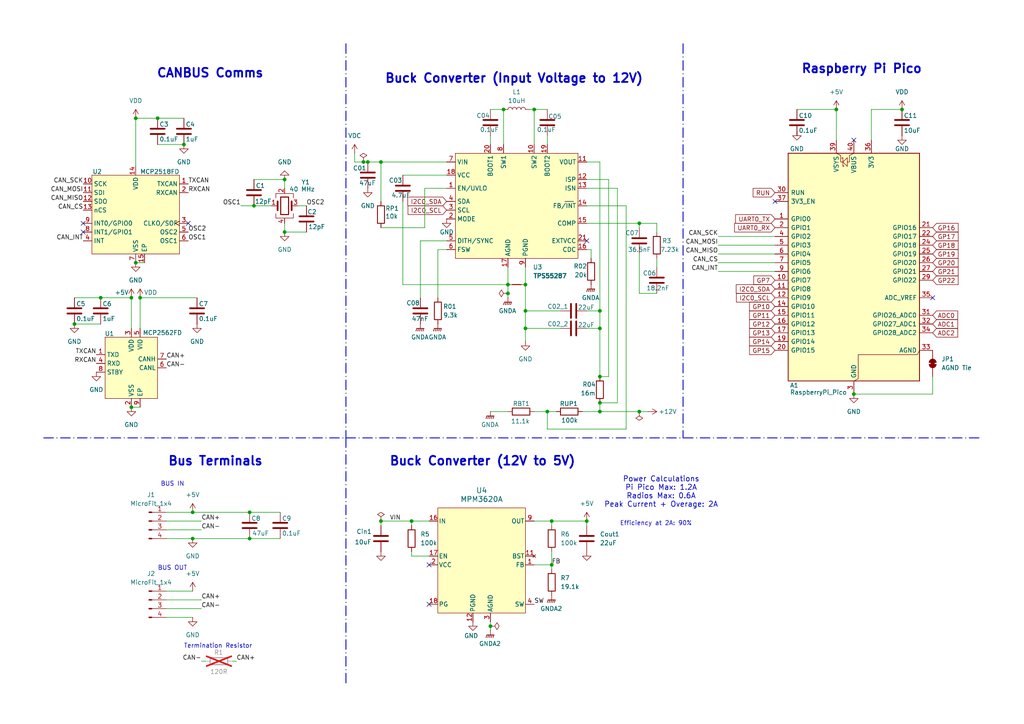
<source format=kicad_sch>
(kicad_sch (version 20250114) (generator "eeschema") (generator_version "9.0")
  (paper "A4")
  (title_block (title "LEOS Stack - Microcontroller & Connectivity") (date "2025-09-26") (rev "2") (company "VIP Lightning From the Edge of Space"))
  (lib_symbols
    (symbol "Connector:Conn_01x04_Pin" (pin_names (offset 1.016) (hide yes))
      (property "Reference" "J" (at 0 5.08 0))
      (property "Value" "Conn_01x04_Pin" (at 0 -7.62 0))
      (symbol "Conn_01x04_Pin_1_1"
        (pin passive line (at 5.08 2.54 180) (length 3.81) (name "Pin_1") (number "1"))
        (pin passive line (at 5.08 0 180) (length 3.81) (name "Pin_2") (number "2"))
        (pin passive line (at 5.08 -2.54 180) (length 3.81) (name "Pin_3") (number "3"))
        (pin passive line (at 5.08 -5.08 180) (length 3.81) (name "Pin_4") (number "4"))
      )
    )
    (symbol "Device:C" (pin_numbers (hide yes)) (pin_names (offset 0.254))
      (property "Reference" "C" (at 0.635 2.54 0))
      (property "Value" "C" (at 0.635 -2.54 0))
      (symbol "C_1_1"
        (pin passive line (at 0 3.81 270) (length 2.794) (name "~") (number "1"))
        (pin passive line (at 0 -3.81 90) (length 2.794) (name "~") (number "2"))
      )
    )
    (symbol "Device:Crystal_GND24" (pin_names (offset 1.016) (hide yes))
      (property "Reference" "Y" (at 3.175 5.08 0))
      (property "Value" "Crystal_GND24" (at 3.175 3.175 0))
      (symbol "Crystal_GND24_1_1"
        (pin passive line (at -3.81 0 0) (length 1.27) (name "1") (number "1"))
        (pin passive line (at 0 5.08 270) (length 1.27) (name "2") (number "2"))
        (pin passive line (at 0 -5.08 90) (length 1.27) (name "4") (number "4"))
        (pin passive line (at 3.81 0 180) (length 1.27) (name "3") (number "3"))
      )
    )
    (symbol "Device:L" (pin_numbers (hide yes)) (pin_names (offset 1.016) (hide yes))
      (property "Reference" "L" (at -1.27 0 90))
      (property "Value" "L" (at 1.905 0 90))
      (symbol "L_1_1"
        (pin passive line (at 0 3.81 270) (length 1.27) (name "1") (number "1"))
        (pin passive line (at 0 -3.81 90) (length 1.27) (name "2") (number "2"))
      )
    )
    (symbol "Device:NetTie_2" (pin_numbers (hide yes)) (pin_names (offset 0) (hide yes)) (in_bom no)
      (property "Reference" "NT" (at 0 1.27 0))
      (property "Value" "NetTie_2" (at 0 -1.27 0))
      (symbol "NetTie_2_1_1"
        (pin passive line (at -2.54 0 0) (length 2.54) (name "1") (number "1"))
        (pin passive line (at 2.54 0 180) (length 2.54) (name "2") (number "2"))
      )
    )
    (symbol "Device:R" (pin_numbers (hide yes)) (pin_names (offset 0))
      (property "Reference" "R" (at 2.032 0 90))
      (property "Value" "R" (at 0 0 90))
      (symbol "R_1_1"
        (pin passive line (at 0 3.81 270) (length 1.27) (name "~") (number "1"))
        (pin passive line (at 0 -3.81 90) (length 1.27) (name "~") (number "2"))
      )
    )
    (symbol "Jumper:SolderJumper_2_Bridged" (pin_numbers (hide yes)) (pin_names (offset 0) (hide yes)) (in_bom no)
      (property "Reference" "JP" (at 0 2.032 0))
      (property "Value" "SolderJumper_2_Bridged" (at 0 -2.54 0))
      (symbol "SolderJumper_2_Bridged_1_1"
        (pin passive line (at -3.81 0 0) (length 2.54) (name "A") (number "1"))
        (pin passive line (at 3.81 0 180) (length 2.54) (name "B") (number "2"))
      )
    )
    (symbol "LEOS:MCP2518FD"
      (property "Reference" "U" (at -11.684 11.43 0))
      (property "Value" "MCP2518FD" (at 6.604 11.43 0))
      (symbol "MCP2518FD_1_1"
        (pin input line (at -15.24 7.62 0) (length 2.54) (name "SCK") (number "10"))
        (pin input line (at -15.24 5.08 0) (length 2.54) (name "SDI") (number "11"))
        (pin output line (at -15.24 2.54 0) (length 2.54) (name "SDO") (number "12"))
        (pin input line (at -15.24 0 0) (length 2.54) (name "nCS") (number "13"))
        (pin bidirectional line (at -15.24 -3.81 0) (length 2.54) (name "INT0/GPIO0") (number "9"))
        (pin bidirectional line (at -15.24 -6.35 0) (length 2.54) (name "INT1/GPIO1") (number "8"))
        (pin output line (at -15.24 -8.89 0) (length 2.54) (name "INT") (number "4"))
        (pin power_in line (at 0 12.7 270) (length 2.54) (name "VDD") (number "14"))
        (pin power_in line (at 0 -15.24 90) (length 2.54) (name "VSS") (number "7"))
        (pin power_in line (at 2.54 -15.24 90) (length 2.54) (name "EP") (number "15"))
        (pin output line (at 15.24 7.62 180) (length 2.54) (name "TXCAN") (number "1"))
        (pin input line (at 15.24 5.08 180) (length 2.54) (name "RXCAN") (number "2"))
        (pin output clock (at 15.24 -3.81 180) (length 2.54) (name "CLKO/SOF") (number "3"))
        (pin output line (at 15.24 -6.35 180) (length 2.54) (name "OSC2") (number "5"))
        (pin input line (at 15.24 -8.89 180) (length 2.54) (name "OSC1") (number "6"))
      )
    )
    (symbol "LEOS:MCP2562FD"
      (property "Reference" "U" (at -6.858 9.906 0))
      (property "Value" "MCP2562FD" (at 8.636 9.906 0))
      (symbol "MCP2562FD_1_1"
        (pin input line (at -10.16 3.81 0) (length 2.54) (name "TXD") (number "1"))
        (pin output line (at -10.16 1.27 0) (length 2.54) (name "RXD") (number "4"))
        (pin input line (at -10.16 -1.27 0) (length 2.54) (name "STBY") (number "8"))
        (pin power_in line (at 0 11.43 270) (length 2.54) (name "VDD") (number "3"))
        (pin power_in line (at 0 -11.43 90) (length 2.54) (name "VSS") (number "2"))
        (pin power_in line (at 2.54 11.43 270) (length 2.54) (name "VIO") (number "5"))
        (pin power_in line (at 2.54 -11.43 90) (length 2.54) (name "EP") (number "9"))
        (pin bidirectional line (at 10.16 2.54 180) (length 2.54) (name "CANH") (number "7"))
        (pin bidirectional line (at 10.16 0 180) (length 2.54) (name "CANL") (number "6"))
      )
    )
    (symbol "LEOS:MPM3620AGQV-Z" (pin_names (offset 0.254))
      (property "Reference" "U" (at -0.254 2.794 0))
      (property "Value" "MPM3620A" (at -0.508 -0.254 0))
      (symbol "MPM3620AGQV-Z_1_1"
        (pin power_in line (at -15.24 11.43 0) (length 2.54) (name "IN") (number "16"))
        (pin input line (at -15.24 1.27 0) (length 2.54) (name "EN") (number "17"))
        (pin power_out line (at -15.24 -1.27 0) (length 2.54) (name "VCC") (number "2"))
        (pin bidirectional line (at -15.24 -12.7 0) (length 2.54) (name "PG") (number "18"))
        (pin power_in line (at -2.54 -17.78 90) (length 2.54) (name "PGND") (number "12"))
        (pin passive line (at -2.54 -17.78 90) (length 2.54) (hide yes) (name "PGND") (number "13"))
        (pin passive line (at -2.54 -17.78 90) (length 2.54) (hide yes) (name "PGND") (number "14"))
        (pin power_in line (at 2.54 -17.78 90) (length 2.54) (name "AGND") (number "3"))
        (pin passive line (at 15.24 11.43 180) (length 2.54) (hide yes) (name "OUT") (number "22"))
        (pin power_out line (at 15.24 11.43 180) (length 2.54) (hide yes) (name "OUT") (number "7"))
        (pin passive line (at 15.24 11.43 180) (length 2.54) (hide yes) (name "OUT") (number "8"))
        (pin passive line (at 15.24 11.43 180) (length 2.54) (name "OUT") (number "9"))
        (pin no_connect line (at 15.24 1.27 180) (length 2.54) (name "BST") (number "11"))
        (pin input line (at 15.24 -1.27 180) (length 2.54) (name "FB") (number "1"))
        (pin passive line (at 15.24 -12.7 180) (length 2.54) (hide yes) (name "SW") (number "21"))
        (pin passive line (at 15.24 -12.7 180) (length 2.54) (name "SW") (number "4"))
        (pin passive line (at 15.24 -12.7 180) (length 2.54) (hide yes) (name "SW") (number "5"))
        (pin passive line (at 15.24 -12.7 180) (length 2.54) (hide yes) (name "SW") (number "6"))
      )
    )
    (symbol "LEOS:TPS55287"
      (property "Reference" "U" (at 0.254 3.302 0))
      (property "Value" "TPS55287" (at 0 0 0))
      (symbol "TPS55287_1_1"
        (pin power_in line (at -20.32 12.7 0) (length 2.54) (name "VIN") (number "7"))
        (pin power_out line (at -20.32 8.89 0) (length 2.54) (name "VCC") (number "18"))
        (pin input line (at -20.32 5.08 0) (length 2.54) (name "EN/UVLO") (number "1"))
        (pin bidirectional line (at -20.32 1.27 0) (length 2.54) (name "SDA") (number "4"))
        (pin input line (at -20.32 -1.27 0) (length 2.54) (name "SCL") (number "3"))
        (pin input line (at -20.32 -3.81 0) (length 2.54) (name "MODE") (number "2"))
        (pin input line (at -20.32 -10.16 0) (length 2.54) (name "DITH/SYNC") (number "5"))
        (pin input line (at -20.32 -12.7 0) (length 2.54) (name "FSW") (number "6"))
        (pin output line (at -7.62 17.78 270) (length 2.54) (name "BOOT1") (number "20"))
        (pin input line (at -3.81 17.78 270) (length 2.54) (name "SW1") (number "8"))
        (pin power_in line (at -2.54 -17.78 90) (length 2.54) (name "AGND") (number "17"))
        (pin power_in line (at 2.54 -17.78 90) (length 2.54) (name "PGND") (number "9"))
        (pin input line (at 5.08 17.78 270) (length 2.54) (name "SW2") (number "10"))
        (pin output line (at 8.89 17.78 270) (length 2.54) (name "BOOT2") (number "19"))
        (pin power_out line (at 20.32 12.7 180) (length 2.54) (name "VOUT") (number "11"))
        (pin input line (at 20.32 7.62 180) (length 2.54) (name "ISP") (number "12"))
        (pin input line (at 20.32 5.08 180) (length 2.54) (name "ISN") (number "13"))
        (pin bidirectional line (at 20.32 0 180) (length 2.54) (name "FB/INT") (number "14"))
        (pin output line (at 20.32 -5.08 180) (length 2.54) (name "COMP") (number "15"))
        (pin input line (at 20.32 -10.16 180) (length 2.54) (name "EXTVCC") (number "21"))
        (pin output line (at 20.32 -12.7 180) (length 2.54) (name "CDC") (number "16"))
      )
    )
    (symbol "MCU_Module:RaspberryPi_Pico" (pin_names (offset 0.762))
      (property "Reference" "A" (at -19.05 35.56 0))
      (property "Value" "RaspberryPi_Pico" (at 7.62 35.56 0))
      (symbol "RaspberryPi_Pico_1_1"
        (pin passive line (at -22.86 22.86 0) (length 3.81) (name "RUN") (number "30"))
        (pin passive line (at -22.86 20.32 0) (length 3.81) (name "3V3_EN") (number "37"))
        (pin bidirectional line (at -22.86 15.24 0) (length 3.81) (name "GPIO0") (number "1"))
        (pin bidirectional line (at -22.86 12.7 0) (length 3.81) (name "GPIO1") (number "2"))
        (pin bidirectional line (at -22.86 10.16 0) (length 3.81) (name "GPIO2") (number "4"))
        (pin bidirectional line (at -22.86 7.62 0) (length 3.81) (name "GPIO3") (number "5"))
        (pin bidirectional line (at -22.86 5.08 0) (length 3.81) (name "GPIO4") (number "6"))
        (pin bidirectional line (at -22.86 2.54 0) (length 3.81) (name "GPIO5") (number "7"))
        (pin bidirectional line (at -22.86 0 0) (length 3.81) (name "GPIO6") (number "9"))
        (pin bidirectional line (at -22.86 -2.54 0) (length 3.81) (name "GPIO7") (number "10"))
        (pin bidirectional line (at -22.86 -5.08 0) (length 3.81) (name "GPIO8") (number "11"))
        (pin bidirectional line (at -22.86 -7.62 0) (length 3.81) (name "GPIO9") (number "12"))
        (pin bidirectional line (at -22.86 -10.16 0) (length 3.81) (name "GPIO10") (number "14"))
        (pin bidirectional line (at -22.86 -12.7 0) (length 3.81) (name "GPIO11") (number "15"))
        (pin bidirectional line (at -22.86 -15.24 0) (length 3.81) (name "GPIO12") (number "16"))
        (pin bidirectional line (at -22.86 -17.78 0) (length 3.81) (name "GPIO13") (number "17"))
        (pin bidirectional line (at -22.86 -20.32 0) (length 3.81) (name "GPIO14") (number "19"))
        (pin bidirectional line (at -22.86 -22.86 0) (length 3.81) (name "GPIO15") (number "20"))
        (pin power_in line (at -5.08 38.1 270) (length 3.81) (name "VSYS") (number "39"))
        (pin power_out line (at 0 38.1 270) (length 3.81) (name "VBUS") (number "40"))
        (pin passive line (at 0 -35.56 90) (length 3.81) (hide yes) (name "GND") (number "13"))
        (pin passive line (at 0 -35.56 90) (length 3.81) (hide yes) (name "GND") (number "18"))
        (pin passive line (at 0 -35.56 90) (length 3.81) (hide yes) (name "GND") (number "23"))
        (pin passive line (at 0 -35.56 90) (length 3.81) (hide yes) (name "GND") (number "28"))
        (pin power_out line (at 0 -35.56 90) (length 3.81) (name "GND") (number "3"))
        (pin passive line (at 0 -35.56 90) (length 3.81) (hide yes) (name "GND") (number "38"))
        (pin passive line (at 0 -35.56 90) (length 3.81) (hide yes) (name "GND") (number "8"))
        (pin power_out line (at 5.08 38.1 270) (length 3.81) (name "3V3") (number "36"))
        (pin bidirectional line (at 22.86 12.7 180) (length 3.81) (name "GPIO16") (number "21"))
        (pin bidirectional line (at 22.86 10.16 180) (length 3.81) (name "GPIO17") (number "22"))
        (pin bidirectional line (at 22.86 7.62 180) (length 3.81) (name "GPIO18") (number "24"))
        (pin bidirectional line (at 22.86 5.08 180) (length 3.81) (name "GPIO19") (number "25"))
        (pin bidirectional line (at 22.86 2.54 180) (length 3.81) (name "GPIO20") (number "26"))
        (pin bidirectional line (at 22.86 0 180) (length 3.81) (name "GPIO21") (number "27"))
        (pin bidirectional line (at 22.86 -2.54 180) (length 3.81) (name "GPIO22") (number "29"))
        (pin power_in line (at 22.86 -7.62 180) (length 3.81) (name "ADC_VREF") (number "35"))
        (pin bidirectional line (at 22.86 -12.7 180) (length 3.81) (name "GPIO26_ADC0") (number "31"))
        (pin bidirectional line (at 22.86 -15.24 180) (length 3.81) (name "GPIO27_ADC1") (number "32"))
        (pin bidirectional line (at 22.86 -17.78 180) (length 3.81) (name "GPIO28_ADC2") (number "34"))
        (pin power_out line (at 22.86 -22.86 180) (length 3.81) (name "AGND") (number "33"))
      )
    )
    (symbol "power:+12V" (power) (pin_numbers (hide yes)) (pin_names (offset 0) (hide yes))
      (property "Value" "+12V" (at 0 3.556 0))
      (symbol "+12V_1_1"
        (pin power_in line (at 0 0 90) (length 0) (name "~") (number "1"))
      )
    )
    (symbol "power:+5V" (power) (pin_numbers (hide yes)) (pin_names (offset 0) (hide yes))
      (property "Value" "+5V" (at 0 3.556 0))
      (symbol "+5V_1_1"
        (pin power_in line (at 0 0 90) (length 0) (name "~") (number "1"))
      )
    )
    (symbol "power:GND" (power) (pin_numbers (hide yes)) (pin_names (offset 0) (hide yes))
      (property "Value" "GND" (at 0 -3.81 0))
      (symbol "GND_1_1"
        (pin power_in line (at 0 0 270) (length 0) (name "~") (number "1"))
      )
    )
    (symbol "power:GNDPWR" (power) (pin_numbers (hide yes)) (pin_names (offset 0) (hide yes))
      (property "Value" "GNDPWR" (at 0 -3.302 0))
      (symbol "GNDPWR_1_1"
        (pin power_in line (at 0 0 270) (length 0) (name "~") (number "1"))
      )
    )
    (symbol "power:PWR_FLAG" (power) (pin_numbers (hide yes)) (pin_names (offset 0) (hide yes))
      (property "Value" "PWR_FLAG" (at 0 3.81 0))
      (symbol "PWR_FLAG_0_0"
        (pin power_out line (at 0 0 90) (length 0) (name "~") (number "1"))
      )
    )
    (symbol "power:VDC" (power) (pin_numbers (hide yes)) (pin_names (offset 0) (hide yes))
      (property "Value" "VDC" (at 0 3.556 0))
      (symbol "VDC_1_1"
        (pin power_in line (at 0 0 90) (length 0) (name "~") (number "1"))
      )
    )
    (symbol "power:VDD" (power) (pin_numbers (hide yes)) (pin_names (offset 0) (hide yes))
      (property "Value" "VDD" (at 0 3.556 0))
      (symbol "VDD_1_1"
        (pin power_in line (at 0 0 90) (length 0) (name "~") (number "1"))
      )
    )
  )
  (text "CANBUS Comms" (at 60.96 21.336 0) (effects (font (size 2.54 2.54) (thickness 0.508) (bold yes))))
  (text "Power Calculations\nPi Pico Max: 1.2A\nRadios Max: 0.6A\nPeak Current + Overage: 2A" (at 191.77 142.748 0) (effects (font (size 1.524 1.524) (thickness 0.1905))))
  (text "Efficiency at 2A: 90%" (at 190.246 151.892 0) (effects (font (size 1.27 1.27))))
  (text "Raspberry Pi Pico" (at 249.936 20.066 0) (effects (font (size 2.54 2.54) (thickness 0.508) (bold yes))))
  (text "Buck Converter (Input Voltage to 12V)" (at 149.098 22.86 0) (effects (font (size 2.54 2.54) (thickness 0.508) (bold yes))))
  (text "BUS IN" (at 50.038 140.462 0) (effects (font (size 1.27 1.27))))
  (text "Termination Resistor" (at 63.246 187.452 0) (effects (font (size 1.27 1.27))))
  (text "BUS OUT" (at 50.038 164.846 0) (effects (font (size 1.27 1.27))))
  (text "Bus Terminals" (at 62.484 133.858 0) (effects (font (size 2.54 2.54) (thickness 0.508) (bold yes))))
  (text "Buck Converter (12V to 5V)" (at 139.954 133.858 0) (effects (font (size 2.54 2.54) (thickness 0.508) (bold yes))))
  (junction (at 110.49 46.99))
  (junction (at 152.4 90.17))
  (junction (at 29.21 86.36))
  (junction (at 154.94 31.75))
  (junction (at 160.02 151.13))
  (junction (at 73.66 59.69))
  (junction (at 21.59 93.98))
  (junction (at 173.99 95.25))
  (junction (at 82.55 52.07))
  (junction (at 261.62 31.75))
  (junction (at 173.99 109.22))
  (junction (at 147.32 82.55))
  (junction (at 72.39 148.59))
  (junction (at 147.32 85.09))
  (junction (at 170.18 151.13))
  (junction (at 55.88 148.59))
  (junction (at 185.42 119.38))
  (junction (at 146.05 31.75))
  (junction (at 38.1 118.11))
  (junction (at 160.02 163.83))
  (junction (at 82.55 67.31))
  (junction (at 38.1 86.36))
  (junction (at 119.38 151.13))
  (junction (at 173.99 116.84))
  (junction (at 55.88 156.21))
  (junction (at 45.72 34.29))
  (junction (at 173.99 90.17))
  (junction (at 53.34 41.91))
  (junction (at 39.37 76.2))
  (junction (at 185.42 64.77))
  (junction (at 72.39 156.21))
  (junction (at 247.65 114.3))
  (junction (at 173.99 119.38))
  (junction (at 110.49 151.13))
  (junction (at 106.68 46.99))
  (junction (at 105.41 46.99))
  (junction (at 40.64 86.36))
  (junction (at 39.37 34.29))
  (junction (at 152.4 82.55))
  (junction (at 158.75 119.38))
  (junction (at 242.57 31.75))
  (junction (at 152.4 95.25))
  (junction (at 142.24 181.61))
  (no_connect (at 247.65 40.64))
  (no_connect (at 224.79 58.42))
  (no_connect (at 124.46 163.83))
  (no_connect (at 124.46 175.26))
  (no_connect (at 24.13 67.31))
  (no_connect (at 170.18 69.85))
  (no_connect (at 54.61 64.77))
  (no_connect (at 270.51 86.36))
  (no_connect (at 24.13 64.77))
  (wire (pts (xy 45.72 34.29) (xy 53.34 34.29)))
  (wire (pts (xy 110.49 152.4) (xy 110.49 151.13)))
  (wire (pts (xy 45.72 41.91) (xy 53.34 41.91)))
  (wire (pts (xy 48.26 173.99) (xy 58.42 173.99)))
  (polyline (pts (xy 139.7 127) (xy 284.48 127)) (stroke (width 0.254) (type dash_dot)))
  (wire (pts (xy 147.32 77.47) (xy 147.32 82.55)))
  (wire (pts (xy 39.37 76.2) (xy 41.91 76.2)))
  (wire (pts (xy 142.24 181.61) (xy 142.24 180.34)))
  (wire (pts (xy 124.46 151.13) (xy 119.38 151.13)))
  (wire (pts (xy 171.45 72.39) (xy 171.45 74.93)))
  (wire (pts (xy 185.42 85.09) (xy 190.5 85.09)))
  (wire (pts (xy 181.61 59.69) (xy 181.61 124.46)))
  (polyline (pts (xy 198.12 12.7) (xy 198.12 127)) (stroke (width 0.254) (type dash_dot)))
  (wire (pts (xy 179.07 116.84) (xy 173.99 116.84)))
  (wire (pts (xy 170.18 64.77) (xy 185.42 64.77)))
  (wire (pts (xy 48.26 156.21) (xy 55.88 156.21)))
  (wire (pts (xy 146.05 31.75) (xy 146.05 41.91)))
  (wire (pts (xy 147.32 85.09) (xy 147.32 86.36)))
  (wire (pts (xy 72.39 148.59) (xy 81.28 148.59)))
  (wire (pts (xy 160.02 160.02) (xy 160.02 163.83)))
  (wire (pts (xy 116.84 82.55) (xy 147.32 82.55)))
  (wire (pts (xy 147.32 82.55) (xy 147.32 85.09)))
  (wire (pts (xy 73.66 52.07) (xy 82.55 52.07)))
  (wire (pts (xy 190.5 67.31) (xy 190.5 64.77)))
  (wire (pts (xy 160.02 163.83) (xy 160.02 165.1)))
  (wire (pts (xy 40.64 86.36) (xy 57.15 86.36)))
  (wire (pts (xy 152.4 95.25) (xy 162.56 95.25)))
  (wire (pts (xy 231.14 31.75) (xy 242.57 31.75)))
  (wire (pts (xy 208.28 78.74) (xy 224.79 78.74)))
  (wire (pts (xy 152.4 95.25) (xy 152.4 99.06)))
  (polyline (pts (xy 12.7 127) (xy 100.33 127)) (stroke (width 0.254) (type dash_dot)))
  (wire (pts (xy 73.66 59.69) (xy 78.74 59.69)))
  (wire (pts (xy 82.55 64.77) (xy 82.55 67.31)))
  (wire (pts (xy 247.65 114.3) (xy 270.51 114.3)))
  (wire (pts (xy 48.26 148.59) (xy 55.88 148.59)))
  (wire (pts (xy 102.87 46.99) (xy 102.87 44.45)))
  (wire (pts (xy 48.26 151.13) (xy 58.42 151.13)))
  (wire (pts (xy 142.24 119.38) (xy 147.32 119.38)))
  (wire (pts (xy 110.49 46.99) (xy 110.49 58.42)))
  (wire (pts (xy 142.24 31.75) (xy 146.05 31.75)))
  (wire (pts (xy 86.36 59.69) (xy 88.9 59.69)))
  (wire (pts (xy 106.68 46.99) (xy 110.49 46.99)))
  (wire (pts (xy 190.5 74.93) (xy 190.5 77.47)))
  (wire (pts (xy 102.87 46.99) (xy 105.41 46.99)))
  (wire (pts (xy 38.1 118.11) (xy 40.64 118.11)))
  (wire (pts (xy 270.51 109.22) (xy 270.51 114.3)))
  (wire (pts (xy 208.28 73.66) (xy 224.79 73.66)))
  (wire (pts (xy 72.39 156.21) (xy 81.28 156.21)))
  (wire (pts (xy 48.26 176.53) (xy 58.42 176.53)))
  (wire (pts (xy 55.88 156.21) (xy 72.39 156.21)))
  (wire (pts (xy 123.19 54.61) (xy 129.54 54.61)))
  (wire (pts (xy 208.28 68.58) (xy 224.79 68.58)))
  (wire (pts (xy 176.53 109.22) (xy 173.99 109.22)))
  (wire (pts (xy 173.99 90.17) (xy 170.18 90.17)))
  (wire (pts (xy 40.64 95.25) (xy 40.64 86.36)))
  (wire (pts (xy 154.94 151.13) (xy 160.02 151.13)))
  (wire (pts (xy 58.42 191.77) (xy 59.69 191.77)))
  (wire (pts (xy 176.53 52.07) (xy 176.53 109.22)))
  (polyline (pts (xy 100.33 127) (xy 100.33 198.12)) (stroke (width 0.254) (type dash_dot)))
  (wire (pts (xy 208.28 76.2) (xy 224.79 76.2)))
  (polyline (pts (xy 100.33 12.7) (xy 100.33 127)) (stroke (width 0.254) (type dash_dot)))
  (wire (pts (xy 154.94 163.83) (xy 160.02 163.83)))
  (wire (pts (xy 242.57 31.75) (xy 242.57 40.64)))
  (wire (pts (xy 252.73 40.64) (xy 252.73 31.75)))
  (wire (pts (xy 170.18 95.25) (xy 173.99 95.25)))
  (wire (pts (xy 110.49 46.99) (xy 129.54 46.99)))
  (wire (pts (xy 121.92 86.36) (xy 121.92 69.85)))
  (wire (pts (xy 208.28 71.12) (xy 224.79 71.12)))
  (wire (pts (xy 152.4 95.25) (xy 152.4 90.17)))
  (wire (pts (xy 160.02 151.13) (xy 160.02 152.4)))
  (wire (pts (xy 152.4 90.17) (xy 162.56 90.17)))
  (wire (pts (xy 154.94 41.91) (xy 154.94 31.75)))
  (wire (pts (xy 168.91 119.38) (xy 173.99 119.38)))
  (wire (pts (xy 170.18 52.07) (xy 176.53 52.07)))
  (wire (pts (xy 38.1 86.36) (xy 38.1 95.25)))
  (wire (pts (xy 152.4 82.55) (xy 152.4 90.17)))
  (wire (pts (xy 39.37 34.29) (xy 45.72 34.29)))
  (wire (pts (xy 38.1 86.36) (xy 29.21 86.36)))
  (wire (pts (xy 127 72.39) (xy 129.54 72.39)))
  (wire (pts (xy 158.75 39.37) (xy 158.75 41.91)))
  (wire (pts (xy 173.99 46.99) (xy 173.99 90.17)))
  (wire (pts (xy 116.84 58.42) (xy 116.84 82.55)))
  (wire (pts (xy 185.42 66.04) (xy 185.42 64.77)))
  (wire (pts (xy 158.75 119.38) (xy 161.29 119.38)))
  (wire (pts (xy 170.18 151.13) (xy 160.02 151.13)))
  (wire (pts (xy 123.19 66.04) (xy 123.19 54.61)))
  (wire (pts (xy 110.49 66.04) (xy 123.19 66.04)))
  (wire (pts (xy 48.26 171.45) (xy 55.88 171.45)))
  (wire (pts (xy 173.99 119.38) (xy 185.42 119.38)))
  (wire (pts (xy 119.38 161.29) (xy 124.46 161.29)))
  (wire (pts (xy 154.94 119.38) (xy 158.75 119.38)))
  (wire (pts (xy 119.38 151.13) (xy 119.38 152.4)))
  (wire (pts (xy 185.42 119.38) (xy 187.96 119.38)))
  (wire (pts (xy 21.59 86.36) (xy 29.21 86.36)))
  (wire (pts (xy 127 86.36) (xy 127 72.39)))
  (wire (pts (xy 116.84 50.8) (xy 129.54 50.8)))
  (wire (pts (xy 119.38 160.02) (xy 119.38 161.29)))
  (wire (pts (xy 142.24 182.88) (xy 142.24 181.61)))
  (wire (pts (xy 252.73 31.75) (xy 261.62 31.75)))
  (wire (pts (xy 110.49 151.13) (xy 119.38 151.13)))
  (wire (pts (xy 48.26 179.07) (xy 55.88 179.07)))
  (polyline (pts (xy 100.33 127) (xy 139.7 127)) (stroke (width 0.254) (type dash_dot)))
  (wire (pts (xy 173.99 95.25) (xy 173.99 109.22)))
  (wire (pts (xy 179.07 54.61) (xy 179.07 116.84)))
  (wire (pts (xy 173.99 90.17) (xy 173.99 95.25)))
  (wire (pts (xy 39.37 34.29) (xy 39.37 48.26)))
  (wire (pts (xy 48.26 153.67) (xy 58.42 153.67)))
  (wire (pts (xy 152.4 77.47) (xy 152.4 82.55)))
  (wire (pts (xy 55.88 148.59) (xy 72.39 148.59)))
  (wire (pts (xy 82.55 52.07) (xy 82.55 54.61)))
  (wire (pts (xy 158.75 124.46) (xy 158.75 119.38)))
  (wire (pts (xy 105.41 46.99) (xy 106.68 46.99)))
  (wire (pts (xy 154.94 31.75) (xy 153.67 31.75)))
  (wire (pts (xy 170.18 59.69) (xy 181.61 59.69)))
  (wire (pts (xy 185.42 64.77) (xy 190.5 64.77)))
  (wire (pts (xy 171.45 72.39) (xy 170.18 72.39)))
  (wire (pts (xy 21.59 93.98) (xy 29.21 93.98)))
  (wire (pts (xy 170.18 152.4) (xy 170.18 151.13)))
  (wire (pts (xy 142.24 39.37) (xy 142.24 41.91)))
  (wire (pts (xy 181.61 124.46) (xy 158.75 124.46)))
  (wire (pts (xy 231.14 39.37) (xy 231.14 38.1)))
  (wire (pts (xy 170.18 54.61) (xy 179.07 54.61)))
  (wire (pts (xy 82.55 67.31) (xy 88.9 67.31)))
  (wire (pts (xy 185.42 73.66) (xy 185.42 85.09)))
  (wire (pts (xy 121.92 69.85) (xy 129.54 69.85)))
  (wire (pts (xy 173.99 119.38) (xy 173.99 116.84)))
  (wire (pts (xy 68.58 191.77) (xy 67.31 191.77)))
  (wire (pts (xy 154.94 31.75) (xy 158.75 31.75)))
  (wire (pts (xy 69.85 59.69) (xy 73.66 59.69)))
  (wire (pts (xy 170.18 46.99) (xy 173.99 46.99)))
  (label "CAN_MOSI" (at 208.28 71.12 180))
  (label "CAN+" (at 58.42 151.13 0))
  (label "CAN_INT" (at 208.28 78.74 180))
  (label "FB" (at 160.02 163.83 0))
  (label "TXCAN" (at 54.61 53.34 0))
  (label "CAN+" (at 58.42 173.99 0))
  (label "TXCAN" (at 27.94 102.87 180))
  (label "OSC1" (at 69.85 59.69 180))
  (label "OSC1" (at 54.61 69.85 0))
  (label "CAN-" (at 58.42 176.53 0))
  (label "CAN_SCK" (at 208.28 68.58 180))
  (label "CAN_MISO" (at 24.13 58.42 180))
  (label "CAN_INT" (at 24.13 69.85 180))
  (label "CAN+" (at 48.26 104.14 0))
  (label "CAN_CS" (at 24.13 60.96 180))
  (label "CAN_SCK" (at 24.13 53.34 180))
  (label "OSC2" (at 54.61 67.31 0))
  (label "RXCAN" (at 54.61 55.88 0))
  (label "CAN-" (at 58.42 153.67 0))
  (label "CAN-" (at 58.42 191.77 180))
  (label "VIN" (at 113.03 151.13 0))
  (label "CAN_MOSI" (at 24.13 55.88 180))
  (label "RXCAN" (at 27.94 105.41 180))
  (label "CAN_MISO" (at 208.28 73.66 180))
  (label "CAN_CS" (at 208.28 76.2 180))
  (label "OSC2" (at 88.9 59.69 0))
  (label "SW" (at 154.94 175.26 0))
  (label "CAN-" (at 48.26 106.68 0))
  (label "CAN+" (at 68.58 191.77 0))
  (global_label "GP12" (shape input) (at 224.79 93.98 180) (property "Intersheetrefs" "${INTERSHEET_REFS}" (effects (hide yes))))
  (global_label "GP13" (shape input) (at 224.79 96.52 180) (property "Intersheetrefs" "${INTERSHEET_REFS}" (effects (hide yes))))
  (global_label "UART0_TX" (shape input) (at 224.79 63.5 180) (property "Intersheetrefs" "${INTERSHEET_REFS}" (effects (hide yes))))
  (global_label "GP19" (shape input) (at 270.51 73.66 0) (property "Intersheetrefs" "${INTERSHEET_REFS}" (effects (hide yes))))
  (global_label "RUN" (shape input) (at 224.79 55.88 180) (property "Intersheetrefs" "${INTERSHEET_REFS}" (effects (hide yes))))
  (global_label "GP16" (shape input) (at 270.51 66.04 0) (property "Intersheetrefs" "${INTERSHEET_REFS}" (effects (hide yes))))
  (global_label "UART0_RX" (shape input) (at 224.79 66.04 180) (property "Intersheetrefs" "${INTERSHEET_REFS}" (effects (hide yes))))
  (global_label "GP15" (shape input) (at 224.79 101.6 180) (property "Intersheetrefs" "${INTERSHEET_REFS}" (effects (hide yes))))
  (global_label "GP21" (shape input) (at 270.51 78.74 0) (property "Intersheetrefs" "${INTERSHEET_REFS}" (effects (hide yes))))
  (global_label "I2C0_SDA" (shape input) (at 129.54 58.42 180) (property "Intersheetrefs" "${INTERSHEET_REFS}" (effects (hide yes))))
  (global_label "ADC0" (shape input) (at 270.51 91.44 0) (property "Intersheetrefs" "${INTERSHEET_REFS}" (effects (hide yes))))
  (global_label "GP14" (shape input) (at 224.79 99.06 180) (property "Intersheetrefs" "${INTERSHEET_REFS}" (effects (hide yes))))
  (global_label "I2C0_SCL" (shape input) (at 224.79 86.36 180) (property "Intersheetrefs" "${INTERSHEET_REFS}" (effects (hide yes))))
  (global_label "I2C0_SDA" (shape input) (at 224.79 83.82 180) (property "Intersheetrefs" "${INTERSHEET_REFS}" (effects (hide yes))))
  (global_label "ADC2" (shape input) (at 270.51 96.52 0) (property "Intersheetrefs" "${INTERSHEET_REFS}" (effects (hide yes))))
  (global_label "GP18" (shape input) (at 270.51 71.12 0) (property "Intersheetrefs" "${INTERSHEET_REFS}" (effects (hide yes))))
  (global_label "GP22" (shape input) (at 270.51 81.28 0) (property "Intersheetrefs" "${INTERSHEET_REFS}" (effects (hide yes))))
  (global_label "GP11" (shape input) (at 224.79 91.44 180) (property "Intersheetrefs" "${INTERSHEET_REFS}" (effects (hide yes))))
  (global_label "GP17" (shape input) (at 270.51 68.58 0) (property "Intersheetrefs" "${INTERSHEET_REFS}" (effects (hide yes))))
  (global_label "GP20" (shape input) (at 270.51 76.2 0) (property "Intersheetrefs" "${INTERSHEET_REFS}" (effects (hide yes))))
  (global_label "GP7" (shape input) (at 224.79 81.28 180) (property "Intersheetrefs" "${INTERSHEET_REFS}" (effects (hide yes))))
  (global_label "GP10" (shape input) (at 224.79 88.9 180) (property "Intersheetrefs" "${INTERSHEET_REFS}" (effects (hide yes))))
  (global_label "ADC1" (shape input) (at 270.51 93.98 0) (property "Intersheetrefs" "${INTERSHEET_REFS}" (effects (hide yes))))
  (global_label "I2C0_SCL" (shape input) (at 129.54 60.96 180) (property "Intersheetrefs" "${INTERSHEET_REFS}" (effects (hide yes))))
  (symbol (lib_id "Device:C") (at 72.39 152.4 0) (unit 1)
    (property "Reference" "C8" (at 72.898 150.368 0) (effects (justify left)))
    (property "Value" "47uF" (at 73.152 154.686 0) (effects (justify left)))
    (property "Footprint" "Capacitor_SMD:C_0603_1608Metric" (effects (hide yes)))
    (property "Description" "Unpolarized capacitor" (effects (hide yes)))
  )
  (symbol (lib_id "LEOS:MPM3620AGQV-Z") (at 139.7 162.56 0) (unit 1)
    (property "Reference" "U4" (at 139.7 142.24 0) (effects (font (size 1.524 1.524))))
    (property "Value" "MPM3620A" (at 139.7 144.78 0) (effects (font (size 1.524 1.524))))
    (property "Footprint" "LEOS:IC18_MPM3620AGQV-Z_MNP" (effects (hide yes)))
    (property "Datasheet" "https://www.monolithicpower.com/en/documentview/productdocument/index/version/2/document_type/Datasheet/lang/en/sku/MPM3620AGQV-Z" (effects (hide yes)))
  )
  (symbol (lib_id "Device:C") (at 166.37 90.17 90) (unit 1)
    (property "Reference" "C02_1" (at 164.846 88.9 90) (effects (justify left)))
    (property "Value" "22uF" (at 172.466 89.154 90) (effects (justify left)))
    (property "Footprint" "Capacitor_SMD:C_1206_3216Metric" (effects (hide yes)))
    (property "Description" "Unpolarized capacitor" (effects (hide yes)))
  )
  (symbol (lib_id "Device:C") (at 142.24 35.56 0) (unit 1)
    (property "Reference" "C04" (at 138.176 33.528 0) (effects (justify left)))
    (property "Value" "0.1uF" (at 139.192 37.592 0) (effects (justify left)))
    (property "Footprint" "Capacitor_SMD:C_1206_3216Metric" (effects (hide yes)))
    (property "Description" "Unpolarized capacitor" (effects (hide yes)))
  )
  (symbol (lib_id "Device:C") (at 158.75 35.56 0) (unit 1)
    (property "Reference" "C05" (at 159.004 33.782 0) (effects (justify left)))
    (property "Value" "0.1uF" (at 155.702 37.592 0) (effects (justify left)))
    (property "Footprint" "Capacitor_SMD:C_1206_3216Metric" (effects (hide yes)))
    (property "Description" "Unpolarized capacitor" (effects (hide yes)))
  )
  (symbol (lib_id "power:PWR_FLAG") (at 105.41 46.99 0) (unit 1)
    (property "Reference" "#FLG02" (effects (hide yes)))
    (property "Value" "PWR_FLAG" (effects (hide yes)))
    (property "Description" "Special symbol for telling ERC where power comes from" (effects (hide yes)))
  )
  (symbol (lib_id "power:GND") (at 106.68 54.61 0) (unit 1)
    (property "Reference" "#PWR028" (effects (hide yes)))
    (property "Value" "GND" (at 106.68 59.69 0))
    (property "Description" "Power symbol creates a global label with name \"GND\" , ground" (effects (hide yes)))
  )
  (symbol (lib_id "Connector:Conn_01x04_Pin") (at 43.18 151.13 0) (unit 1)
    (property "Reference" "J1" (at 43.815 143.51 0))
    (property "Value" "MicroFit_1x4" (at 43.815 146.05 0))
    (property "Footprint" "Connector_Molex:Molex_Micro-Fit_3.0_43650-0410_1x04-1MP_P3.00mm_Horizontal_PnP" (effects (hide yes)))
    (property "Description" "Generic connector, single row, 01x04, script generated" (effects (hide yes)))
  )
  (symbol (lib_id "power:GNDPWR") (at 171.45 82.55 0) (unit 1)
    (property "Reference" "#PWR026" (effects (hide yes)))
    (property "Value" "GNDA" (at 171.323 86.36 0))
    (property "Description" "Power symbol creates a global label with name \"GNDPWR\" , global ground" (effects (hide yes)))
  )
  (symbol (lib_id "power:GNDPWR") (at 160.02 172.72 0) (unit 1)
    (property "Reference" "#PWR036" (effects (hide yes)))
    (property "Value" "GNDA2" (at 159.893 176.53 0))
    (property "Description" "Power symbol creates a global label with name \"GNDPWR\" , global ground" (effects (hide yes)))
  )
  (symbol (lib_id "MCU_Module:RaspberryPi_Pico") (at 247.65 78.74 0) (unit 1)
    (property "Reference" "A1" (at 229.108 111.76 0) (effects (justify left)))
    (property "Value" "RaspberryPi_Pico" (at 229.108 113.792 0) (effects (justify left)))
    (property "Footprint" "Module:RaspberryPi_Pico_Common_THT" (effects (hide yes)))
    (property "Datasheet" "https://datasheets.raspberrypi.com/pico/pico-datasheet.pdf" (effects (hide yes)))
    (property "Description" "Versatile and inexpensive microcontroller module powered by RP2040 dual-core Arm Cortex-M0+ processor up to 133 MHz, 264kB SRAM, 2MB QSPI flash; also supports Raspberry Pi Pico 2" (effects (hide yes)))
  )
  (symbol (lib_id "Device:R") (at 173.99 113.03 0) (unit 1)
    (property "Reference" "R04" (at 168.91 111.506 0) (effects (justify left)))
    (property "Value" "16m" (at 168.402 114.046 0) (effects (justify left)))
    (property "Footprint" "Resistor_SMD:R_0805_2012Metric_Pad1.20x1.40mm_HandSolder" (effects (hide yes)))
    (property "Description" "Resistor" (effects (hide yes)))
  )
  (symbol (lib_id "Device:R") (at 165.1 119.38 90) (unit 1)
    (property "Reference" "RUP1" (at 167.64 117.094 90) (effects (justify left)))
    (property "Value" "100k" (at 167.64 121.92 90) (effects (justify left)))
    (property "Footprint" "Resistor_SMD:R_0805_2012Metric_Pad1.20x1.40mm_HandSolder" (effects (hide yes)))
    (property "Description" "Resistor" (effects (hide yes)))
  )
  (symbol (lib_id "power:GNDPWR") (at 147.32 86.36 0) (unit 1)
    (property "Reference" "#PWR018" (effects (hide yes)))
    (property "Value" "GNDA" (at 147.193 90.17 0))
    (property "Description" "Power symbol creates a global label with name \"GNDPWR\" , global ground" (effects (hide yes)))
  )
  (symbol (lib_id "power:+5V") (at 170.18 151.13 0) (unit 1)
    (property "Reference" "#PWR033" (effects (hide yes)))
    (property "Value" "+5V" (at 170.18 146.05 0))
    (property "Description" "Power symbol creates a global label with name \"+5V\"" (effects (hide yes)))
  )
  (symbol (lib_id "power:GND") (at 55.88 156.21 0) (unit 1)
    (property "Reference" "#PWR010" (effects (hide yes)))
    (property "Value" "GND" (at 55.88 161.29 0))
    (property "Description" "Power symbol creates a global label with name \"GND\" , ground" (effects (hide yes)))
  )
  (symbol (lib_id "Device:R") (at 127 90.17 0) (unit 1)
    (property "Reference" "R01" (at 128.524 88.9 0) (effects (justify left)))
    (property "Value" "9.3k" (at 128.524 91.44 0) (effects (justify left)))
    (property "Footprint" "Resistor_SMD:R_0805_2012Metric_Pad1.20x1.40mm_HandSolder" (effects (hide yes)))
    (property "Description" "Resistor" (effects (hide yes)))
  )
  (symbol (lib_id "power:GND") (at 82.55 67.31 0) (unit 1)
    (property "Reference" "#PWR06" (effects (hide yes)))
    (property "Value" "GND" (at 82.55 72.39 0))
    (property "Description" "Power symbol creates a global label with name \"GND\" , ground" (effects (hide yes)))
  )
  (symbol (lib_id "Device:C") (at 116.84 54.61 0) (unit 1)
    (property "Reference" "C03" (at 112.776 52.324 0) (effects (justify left)))
    (property "Value" "4.7uF" (at 113.538 56.642 0) (effects (justify left)))
    (property "Footprint" "Capacitor_SMD:C_1206_3216Metric" (effects (hide yes)))
    (property "Description" "Unpolarized capacitor" (effects (hide yes)))
  )
  (symbol (lib_id "power:+5V") (at 38.1 86.36 0) (unit 1)
    (property "Reference" "#PWR03" (effects (hide yes)))
    (property "Value" "+5V" (at 35.306 84.836 0))
    (property "Description" "Power symbol creates a global label with name \"+5V\"" (effects (hide yes)))
  )
  (symbol (lib_id "Device:R") (at 160.02 168.91 0) (unit 1)
    (property "Reference" "R7" (at 162.56 167.6399 0) (effects (justify left)))
    (property "Value" "19.1k" (at 162.56 170.1799 0) (effects (justify left)))
    (property "Footprint" "Resistor_SMD:R_0805_2012Metric_Pad1.20x1.40mm_HandSolder" (effects (hide yes)))
    (property "Description" "Resistor" (effects (hide yes)))
  )
  (symbol (lib_id "Device:R") (at 119.38 156.21 0) (unit 1)
    (property "Reference" "R5" (at 121.92 154.9399 0) (effects (justify left)))
    (property "Value" "100k" (at 121.92 157.4799 0) (effects (justify left)))
    (property "Footprint" "Resistor_SMD:R_0805_2012Metric_Pad1.20x1.40mm_HandSolder" (effects (hide yes)))
    (property "Description" "Resistor" (effects (hide yes)))
  )
  (symbol (lib_id "power:GND") (at 231.14 38.1 0) (unit 1)
    (property "Reference" "#PWR019" (effects (hide yes)))
    (property "Value" "GND" (at 231.14 43.18 0))
    (property "Description" "Power symbol creates a global label with name \"GND\" , ground" (effects (hide yes)))
  )
  (symbol (lib_id "power:GNDPWR") (at 121.92 93.98 0) (unit 1)
    (property "Reference" "#PWR024" (effects (hide yes)))
    (property "Value" "GNDA" (at 121.793 97.79 0))
    (property "Description" "Power symbol creates a global label with name \"GNDPWR\" , global ground" (effects (hide yes)))
  )
  (symbol (lib_id "Device:C") (at 88.9 63.5 180) (unit 1)
    (property "Reference" "C2" (at 89.154 61.468 0) (effects (justify right)))
    (property "Value" "12pF" (at 89.408 65.786 0) (effects (justify right)))
    (property "Footprint" "Capacitor_SMD:C_0603_1608Metric" (effects (hide yes)))
    (property "Description" "Unpolarized capacitor" (effects (hide yes)))
  )
  (symbol (lib_id "power:GND") (at 110.49 160.02 0) (unit 1)
    (property "Reference" "#PWR035" (effects (hide yes)))
    (property "Value" "GND" (effects (hide yes)))
    (property "Description" "Power symbol creates a global label with name \"GND\" , ground" (effects (hide yes)))
  )
  (symbol (lib_id "Device:C") (at 110.49 156.21 0) (unit 1)
    (property "Reference" "Cin1" (at 103.378 154.178 0) (effects (justify left)))
    (property "Value" "10uF" (at 102.87 157.226 0) (effects (justify left)))
    (property "Footprint" "Capacitor_SMD:C_1206_3216Metric" (effects (hide yes)))
    (property "Description" "Unpolarized capacitor" (effects (hide yes)))
  )
  (symbol (lib_id "power:GND") (at 247.65 114.3 0) (unit 1)
    (property "Reference" "#PWR016" (effects (hide yes)))
    (property "Value" "GND" (at 247.65 119.38 0))
    (property "Description" "Power symbol creates a global label with name \"GND\" , ground" (effects (hide yes)))
  )
  (symbol (lib_id "Device:NetTie_2") (at 149.86 82.55 0) (unit 1) (in_bom no)
    (property "Reference" "NT1" (effects (hide yes)))
    (property "Value" "NetTie_2" (effects (hide yes)))
    (property "Description" "Net tie, 2 pins" (effects (hide yes)))
  )
  (symbol (lib_id "power:+5V") (at 55.88 148.59 0) (unit 1)
    (property "Reference" "#PWR09" (effects (hide yes)))
    (property "Value" "+5V" (at 55.88 143.51 0))
    (property "Description" "Power symbol creates a global label with name \"+5V\"" (effects (hide yes)))
  )
  (symbol (lib_id "power:GND") (at 82.55 52.07 180) (unit 1)
    (property "Reference" "#PWR07" (effects (hide yes)))
    (property "Value" "GND" (at 82.55 46.99 0))
    (property "Description" "Power symbol creates a global label with name \"GND\" , ground" (effects (hide yes)))
  )
  (symbol (lib_id "Device:C") (at 166.37 95.25 90) (unit 1)
    (property "Reference" "C02_2" (at 164.846 93.98 90) (effects (justify left)))
    (property "Value" "22uF" (at 172.466 94.234 90) (effects (justify left)))
    (property "Footprint" "Capacitor_SMD:C_1206_3216Metric" (effects (hide yes)))
    (property "Description" "Unpolarized capacitor" (effects (hide yes)))
  )
  (symbol (lib_id "power:GND") (at 57.15 93.98 0) (unit 1)
    (property "Reference" "#PWR015" (effects (hide yes)))
    (property "Value" "GND" (at 57.15 99.06 0))
    (property "Description" "Power symbol creates a global label with name \"GND\" , ground" (effects (hide yes)))
  )
  (symbol (lib_id "Device:C") (at 185.42 69.85 0) (unit 1)
    (property "Reference" "C07" (at 181.356 67.564 0) (effects (justify left)))
    (property "Value" "36.5nF" (at 182.118 72.39 0) (effects (justify left)))
    (property "Footprint" "Capacitor_SMD:C_1206_3216Metric" (effects (hide yes)))
    (property "Description" "Unpolarized capacitor" (effects (hide yes)))
  )
  (symbol (lib_id "Device:R") (at 160.02 156.21 0) (unit 1)
    (property "Reference" "R6" (at 162.56 154.9399 0) (effects (justify left)))
    (property "Value" "100k" (at 162.56 157.4799 0) (effects (justify left)))
    (property "Footprint" "Resistor_SMD:R_0805_2012Metric_Pad1.20x1.40mm_HandSolder" (effects (hide yes)))
    (property "Description" "Resistor" (effects (hide yes)))
  )
  (symbol (lib_id "power:GND") (at 53.34 41.91 0) (unit 1)
    (property "Reference" "#PWR04" (effects (hide yes)))
    (property "Value" "GND" (at 53.34 46.99 0))
    (property "Description" "Power symbol creates a global label with name \"GND\" , ground" (effects (hide yes)))
  )
  (symbol (lib_id "Device:C") (at 29.21 90.17 0) (unit 1)
    (property "Reference" "C6" (at 29.718 88.138 0) (effects (justify left)))
    (property "Value" "1uF" (at 29.718 92.456 0) (effects (justify left)))
    (property "Footprint" "Capacitor_SMD:C_0603_1608Metric" (effects (hide yes)))
    (property "Description" "Unpolarized capacitor" (effects (hide yes)))
  )
  (symbol (lib_id "power:+12V") (at 187.96 119.38 270) (unit 1)
    (property "Reference" "#PWR030" (effects (hide yes)))
    (property "Value" "+12V" (at 191.008 119.38 90) (effects (justify left)))
    (property "Description" "Power symbol creates a global label with name \"+12V\"" (effects (hide yes)))
  )
  (symbol (lib_id "power:GND") (at 137.16 180.34 0) (unit 1)
    (property "Reference" "#PWR031" (effects (hide yes)))
    (property "Value" "GND" (at 136.652 184.404 0))
    (property "Description" "Power symbol creates a global label with name \"GND\" , ground" (effects (hide yes)))
  )
  (symbol (lib_id "power:GND") (at 129.54 63.5 0) (unit 1)
    (property "Reference" "#PWR029" (effects (hide yes)))
    (property "Value" "GND" (at 129.54 67.31 0))
    (property "Description" "Power symbol creates a global label with name \"GND\" , ground" (effects (hide yes)))
  )
  (symbol (lib_id "Device:C") (at 21.59 90.17 0) (unit 1)
    (property "Reference" "C5" (at 22.098 88.138 0) (effects (justify left)))
    (property "Value" "0.1uF" (at 22.098 92.456 0) (effects (justify left)))
    (property "Footprint" "Capacitor_SMD:C_0603_1608Metric" (effects (hide yes)))
    (property "Description" "Unpolarized capacitor" (effects (hide yes)))
  )
  (symbol (lib_id "power:GND") (at 21.59 93.98 0) (unit 1)
    (property "Reference" "#PWR01" (effects (hide yes)))
    (property "Value" "GND" (at 21.59 99.06 0))
    (property "Description" "Power symbol creates a global label with name \"GND\" , ground" (effects (hide yes)))
  )
  (symbol (lib_id "Device:R") (at 190.5 71.12 0) (unit 1)
    (property "Reference" "R3" (at 192.024 69.85 0) (effects (justify left)))
    (property "Value" "7.23k" (at 191.516 72.39 0) (effects (justify left)))
    (property "Footprint" "Resistor_SMD:R_0805_2012Metric_Pad1.20x1.40mm_HandSolder" (effects (hide yes)))
    (property "Description" "Resistor" (effects (hide yes)))
  )
  (symbol (lib_id "power:GND") (at 27.94 107.95 0) (unit 1)
    (property "Reference" "#PWR08" (effects (hide yes)))
    (property "Value" "GND" (at 27.94 113.03 0))
    (property "Description" "Power symbol creates a global label with name \"GND\" , ground" (effects (hide yes)))
  )
  (symbol (lib_id "power:GNDPWR") (at 142.24 119.38 0) (unit 1)
    (property "Reference" "#PWR025" (effects (hide yes)))
    (property "Value" "GNDA" (at 142.113 123.19 0))
    (property "Description" "Power symbol creates a global label with name \"GNDPWR\" , global ground" (effects (hide yes)))
  )
  (symbol (lib_id "power:GND") (at 38.1 118.11 0) (unit 1)
    (property "Reference" "#PWR013" (effects (hide yes)))
    (property "Value" "GND" (at 38.1 123.19 0))
    (property "Description" "Power symbol creates a global label with name \"GND\" , ground" (effects (hide yes)))
  )
  (symbol (lib_id "Device:R") (at 110.49 62.23 0) (unit 1)
    (property "Reference" "RP1" (at 111.76 60.452 0) (effects (justify left)))
    (property "Value" "10k" (at 111.76 62.738 0) (effects (justify left)))
    (property "Footprint" "Resistor_SMD:R_0805_2012Metric_Pad1.20x1.40mm_HandSolder" (effects (hide yes)))
    (property "Description" "Resistor" (effects (hide yes)))
  )
  (symbol (lib_id "power:VDC") (at 102.87 44.45 0) (unit 1)
    (property "Reference" "#PWR017" (effects (hide yes)))
    (property "Value" "VDC" (at 102.87 39.37 0))
    (property "Description" "Power symbol creates a global label with name \"VDC\"" (effects (hide yes)))
  )
  (symbol (lib_id "power:PWR_FLAG") (at 185.42 119.38 180) (unit 1)
    (property "Reference" "#FLG03" (effects (hide yes)))
    (property "Value" "PWR_FLAG" (effects (hide yes)))
    (property "Description" "Special symbol for telling ERC where power comes from" (effects (hide yes)))
  )
  (symbol (lib_id "Device:R") (at 151.13 119.38 90) (unit 1)
    (property "Reference" "RBT1" (at 153.67 117.094 90) (effects (justify left)))
    (property "Value" "11.1k" (at 153.67 122.174 90) (effects (justify left)))
    (property "Footprint" "Resistor_SMD:R_0805_2012Metric_Pad1.20x1.40mm_HandSolder" (effects (hide yes)))
    (property "Description" "Resistor" (effects (hide yes)))
  )
  (symbol (lib_id "power:GND") (at 261.62 39.37 0) (unit 1)
    (property "Reference" "#PWR021" (effects (hide yes)))
    (property "Value" "GND" (at 261.62 43.18 0))
    (property "Description" "Power symbol creates a global label with name \"GND\" , ground" (effects (hide yes)))
  )
  (symbol (lib_id "Device:C") (at 261.62 35.56 0) (unit 1)
    (property "Reference" "C11" (at 262.128 33.528 0) (effects (justify left)))
    (property "Value" "10uF" (at 262.128 37.846 0) (effects (justify left)))
    (property "Footprint" "Capacitor_SMD:C_0603_1608Metric" (effects (hide yes)))
    (property "Description" "Unpolarized capacitor" (effects (hide yes)))
  )
  (symbol (lib_id "power:GND") (at 152.4 99.06 0) (unit 1)
    (property "Reference" "#PWR027" (effects (hide yes)))
    (property "Value" "GND" (at 152.4 104.14 0))
    (property "Description" "Power symbol creates a global label with name \"GND\" , ground" (effects (hide yes)))
  )
  (symbol (lib_id "power:+5V") (at 242.57 31.75 0) (unit 1)
    (property "Reference" "#PWR020" (effects (hide yes)))
    (property "Value" "+5V" (at 242.57 26.67 0))
    (property "Description" "Power symbol creates a global label with name \"+5V\"" (effects (hide yes)))
  )
  (symbol (lib_id "power:VDD") (at 40.64 86.36 0) (unit 1)
    (property "Reference" "#PWR014" (effects (hide yes)))
    (property "Value" "VDD" (at 43.688 84.836 0))
    (property "Description" "Power symbol creates a global label with name \"VDD\"" (effects (hide yes)))
  )
  (symbol (lib_id "Device:C") (at 53.34 38.1 0) (unit 1)
    (property "Reference" "C4" (at 53.848 36.068 0) (effects (justify left)))
    (property "Value" "1uF" (at 53.848 40.386 0) (effects (justify left)))
    (property "Footprint" "Capacitor_SMD:C_0603_1608Metric" (effects (hide yes)))
    (property "Description" "Unpolarized capacitor" (effects (hide yes)))
  )
  (symbol (lib_id "power:PWR_FLAG") (at 142.24 181.61 270) (unit 1)
    (property "Reference" "#FLG07" (effects (hide yes)))
    (property "Value" "PWR_FLAG" (effects (hide yes)))
    (property "Description" "Special symbol for telling ERC where power comes from" (effects (hide yes)))
  )
  (symbol (lib_id "Device:C") (at 57.15 90.17 0) (unit 1)
    (property "Reference" "C7" (at 57.658 88.138 0) (effects (justify left)))
    (property "Value" "0.1uF" (at 57.658 92.456 0) (effects (justify left)))
    (property "Footprint" "Capacitor_SMD:C_0603_1608Metric" (effects (hide yes)))
    (property "Description" "Unpolarized capacitor" (effects (hide yes)))
  )
  (symbol (lib_id "Device:L") (at 149.86 31.75 90) (unit 1)
    (property "Reference" "L1" (at 149.86 26.67 90))
    (property "Value" "10uH" (at 149.86 29.21 90))
    (property "Footprint" "LEOS:IND_TAIYO_NRS8030_TAY" (effects (hide yes)))
    (property "Description" "Inductor" (effects (hide yes)))
  )
  (symbol (lib_id "power:PWR_FLAG") (at 110.49 151.13 0) (unit 1)
    (property "Reference" "#FLG06" (effects (hide yes)))
    (property "Value" "PWR_FLAG" (effects (hide yes)))
    (property "Description" "Special symbol for telling ERC where power comes from" (effects (hide yes)))
  )
  (symbol (lib_id "power:GNDPWR") (at 142.24 182.88 0) (unit 1)
    (property "Reference" "#PWR032" (effects (hide yes)))
    (property "Value" "GNDA2" (at 142.113 186.69 0))
    (property "Description" "Power symbol creates a global label with name \"GNDPWR\" , global ground" (effects (hide yes)))
  )
  (symbol (lib_id "power:VDD") (at 39.37 34.29 0) (unit 1)
    (property "Reference" "#PWR02" (effects (hide yes)))
    (property "Value" "VDD" (at 39.37 29.21 0))
    (property "Description" "Power symbol creates a global label with name \"VDD\"" (effects (hide yes)))
  )
  (symbol (lib_id "power:GND") (at 170.18 160.02 0) (unit 1)
    (property "Reference" "#PWR034" (effects (hide yes)))
    (property "Value" "GND" (effects (hide yes)))
    (property "Description" "Power symbol creates a global label with name \"GND\" , ground" (effects (hide yes)))
  )
  (symbol (lib_id "Device:C") (at 73.66 55.88 180) (unit 1)
    (property "Reference" "C1" (at 74.168 53.848 0) (effects (justify right)))
    (property "Value" "12pF" (at 73.914 58.42 0) (effects (justify right)))
    (property "Footprint" "Capacitor_SMD:C_0603_1608Metric" (effects (hide yes)))
    (property "Description" "Unpolarized capacitor" (effects (hide yes)))
  )
  (symbol (lib_id "Device:C") (at 121.92 90.17 0) (unit 1)
    (property "Reference" "C08" (at 117.856 87.884 0) (effects (justify left)))
    (property "Value" "47nF" (at 119.38 92.456 0) (effects (justify left)))
    (property "Description" "Unpolarized capacitor" (effects (hide yes)))
  )
  (symbol (lib_id "LEOS:MCP2562FD") (at 38.1 106.68 0) (unit 1)
    (property "Reference" "U1" (at 31.75 96.774 0))
    (property "Value" "MCP2562FD" (at 41.402 96.52 0) (effects (justify left)))
    (property "Footprint" "Package_SO:SOIC-8_3.9x4.9mm_P1.27mm" (effects (hide yes)))
    (property "Datasheet" "https://ww1.microchip.com/downloads/en/devicedoc/20005284a.pdf" (effects (hide yes)))
    (property "Description" "High-Speed CAN Flexible Data Rate Transceiver" (effects (hide yes)))
  )
  (symbol (lib_id "power:PWR_FLAG") (at 147.32 85.09 90) (unit 1)
    (property "Reference" "#FLG04" (effects (hide yes)))
    (property "Value" "PWR_FLAG" (effects (hide yes)))
    (property "Description" "Special symbol for telling ERC where power comes from" (effects (hide yes)))
  )
  (symbol (lib_id "Device:C") (at 81.28 152.4 0) (unit 1)
    (property "Reference" "C9" (at 81.788 150.368 0) (effects (justify left)))
    (property "Value" "0.1uF" (at 81.788 154.686 0) (effects (justify left)))
    (property "Footprint" "Capacitor_SMD:C_0603_1608Metric" (effects (hide yes)))
    (property "Description" "Unpolarized capacitor" (effects (hide yes)))
  )
  (symbol (lib_id "power:VDD") (at 261.62 31.75 0) (unit 1)
    (property "Reference" "#PWR022" (effects (hide yes)))
    (property "Value" "VDD" (at 261.62 26.67 0))
    (property "Description" "Power symbol creates a global label with name \"VDD\"" (effects (hide yes)))
  )
  (symbol (lib_id "power:GND") (at 39.37 76.2 0) (unit 1)
    (property "Reference" "#PWR05" (effects (hide yes)))
    (property "Value" "GND" (at 39.37 81.28 0))
    (property "Description" "Power symbol creates a global label with name \"GND\" , ground" (effects (hide yes)))
  )
  (symbol (lib_id "Device:R") (at 63.5 191.77 90) (unit 1) (dnp yes)
    (property "Reference" "R1" (at 64.77 189.23 90) (effects (justify left)))
    (property "Value" "120R" (at 66.04 194.818 90) (effects (justify left)))
    (property "Footprint" "Resistor_THT:R_Axial_DIN0207_L6.3mm_D2.5mm_P7.62mm_Horizontal" (effects (hide yes)))
    (property "Description" "Resistor" (effects (hide yes)))
  )
  (symbol (lib_id "Connector:Conn_01x04_Pin") (at 43.18 173.99 0) (unit 1)
    (property "Reference" "J2" (at 43.815 166.37 0))
    (property "Value" "MicroFit_1x4" (at 43.815 168.91 0))
    (property "Footprint" "Connector_Molex:Molex_Micro-Fit_3.0_43650-0410_1x04-1MP_P3.00mm_Horizontal_PnP" (effects (hide yes)))
    (property "Description" "Generic connector, single row, 01x04, script generated" (effects (hide yes)))
  )
  (symbol (lib_id "LEOS:MCP2518FD") (at 39.37 60.96 0) (unit 1)
    (property "Reference" "U2" (at 28.194 49.784 0))
    (property "Value" "MCP2518FD" (at 40.64 49.784 0) (effects (justify left)))
    (property "Footprint" "Package_SO:SOIC-14_3.9x8.7mm_P1.27mm" (effects (hide yes)))
    (property "Datasheet" "https://ww1.microchip.com/downloads/aemDocuments/documents/OTH/ProductDocuments/DataSheets/External-CAN-FD-Controller-with-SPI-Interface-DS20006027B.pdf" (effects (hide yes)))
    (property "Description" "External CAN FD Controller with SPI Interface" (effects (hide yes)))
  )
  (symbol (lib_id "Device:C") (at 170.18 156.21 0) (unit 1)
    (property "Reference" "Cout1" (at 173.99 154.9399 0) (effects (justify left)))
    (property "Value" "22uF" (at 173.99 157.4799 0) (effects (justify left)))
    (property "Footprint" "Capacitor_SMD:C_1206_3216Metric" (effects (hide yes)))
    (property "Description" "Unpolarized capacitor" (effects (hide yes)))
  )
  (symbol (lib_id "power:GNDPWR") (at 127 93.98 0) (unit 1)
    (property "Reference" "#PWR023" (effects (hide yes)))
    (property "Value" "GNDA" (at 126.873 97.79 0))
    (property "Description" "Power symbol creates a global label with name \"GNDPWR\" , global ground" (effects (hide yes)))
  )
  (symbol (lib_id "Device:C") (at 106.68 50.8 0) (unit 1)
    (property "Reference" "C01" (at 102.362 48.768 0) (effects (justify left)))
    (property "Value" "47uF" (at 104.14 53.086 0) (effects (justify left)))
    (property "Description" "Unpolarized capacitor" (effects (hide yes)))
  )
  (symbol (lib_id "Device:C") (at 190.5 81.28 0) (unit 1)
    (property "Reference" "C06" (at 186.436 79.248 0) (effects (justify left)))
    (property "Value" "18.2nF" (at 187.452 83.566 0) (effects (justify left)))
    (property "Description" "Unpolarized capacitor" (effects (hide yes)))
  )
  (symbol (lib_id "LEOS:TPS55287") (at 149.86 59.69 0) (unit 1)
    (property "Reference" "U3" (at 154.5433 77.47 0) (effects (justify left)))
    (property "Value" "TPS55287" (at 154.5433 80.01 0) (effects (font (thickness 0.254) (bold yes)) (justify left)))
    (property "Footprint" "LEOS:VQFN21_RYQ_TEX" (effects (hide yes)))
    (property "Datasheet" "https://www.ti.com/lit/ds/symlink/tps55287.pdf?ts=1769081225649" (effects (hide yes)))
    (property "Description" "36-V, 4-A Buck-Boost Converter with I2C Interface" (effects (hide yes)))
  )
  (symbol (lib_id "Device:Crystal_GND24") (at 82.55 59.69 0) (unit 1)
    (property "Reference" "Y1" (at 88.646 52.832 0))
    (property "Value" "40 MHz" (at 87.63 54.864 0))
    (property "Footprint" "Crystal:Crystal_SMD_3225-4Pin_3.2x2.5mm_HandSoldering" (effects (hide yes)))
    (property "MPN" "C13738" (effects (hide yes)))
  )
  (symbol (lib_id "power:+5V") (at 55.88 171.45 0) (unit 1)
    (property "Reference" "#PWR011" (effects (hide yes)))
    (property "Value" "+5V" (at 55.88 166.37 0))
    (property "Description" "Power symbol creates a global label with name \"+5V\"" (effects (hide yes)))
  )
  (symbol (lib_id "power:GND") (at 55.88 179.07 0) (unit 1)
    (property "Reference" "#PWR012" (effects (hide yes)))
    (property "Value" "GND" (at 55.88 184.15 0))
    (property "Description" "Power symbol creates a global label with name \"GND\" , ground" (effects (hide yes)))
  )
  (symbol (lib_id "Jumper:SolderJumper_2_Bridged") (at 270.51 105.41 90) (unit 1) (in_bom no)
    (property "Reference" "JP1" (at 273.05 104.1399 90) (effects (justify right)))
    (property "Value" "AGND Tie" (at 273.05 106.6799 90) (effects (justify right)))
    (property "Footprint" "Jumper:SolderJumper-2_P1.3mm_Bridged_RoundedPad1.0x1.5mm" (effects (hide yes)))
    (property "Description" "Solder Jumper, 2-pole, closed/bridged" (effects (hide yes)))
  )
  (symbol (lib_id "Device:C") (at 45.72 38.1 0) (unit 1)
    (property "Reference" "C3" (at 46.228 36.068 0) (effects (justify left)))
    (property "Value" "0.1uF" (at 46.228 40.386 0) (effects (justify left)))
    (property "Footprint" "Capacitor_SMD:C_0603_1608Metric" (effects (hide yes)))
    (property "Description" "Unpolarized capacitor" (effects (hide yes)))
  )
  (symbol (lib_id "Device:C") (at 231.14 35.56 0) (unit 1)
    (property "Reference" "C10" (at 231.648 33.528 0) (effects (justify left)))
    (property "Value" "0.1uF" (at 231.648 37.846 0) (effects (justify left)))
    (property "Footprint" "Capacitor_SMD:C_0603_1608Metric" (effects (hide yes)))
    (property "Description" "Unpolarized capacitor" (effects (hide yes)))
  )
  (symbol (lib_id "Device:R") (at 171.45 78.74 0) (unit 1)
    (property "Reference" "R02" (at 166.37 77.216 0) (effects (justify left)))
    (property "Value" "20k" (at 166.624 79.756 0) (effects (justify left)))
    (property "Footprint" "Resistor_SMD:R_0805_2012Metric_Pad1.20x1.40mm_HandSolder" (effects (hide yes)))
    (property "Description" "Resistor" (effects (hide yes)))
  )
)
</source>
